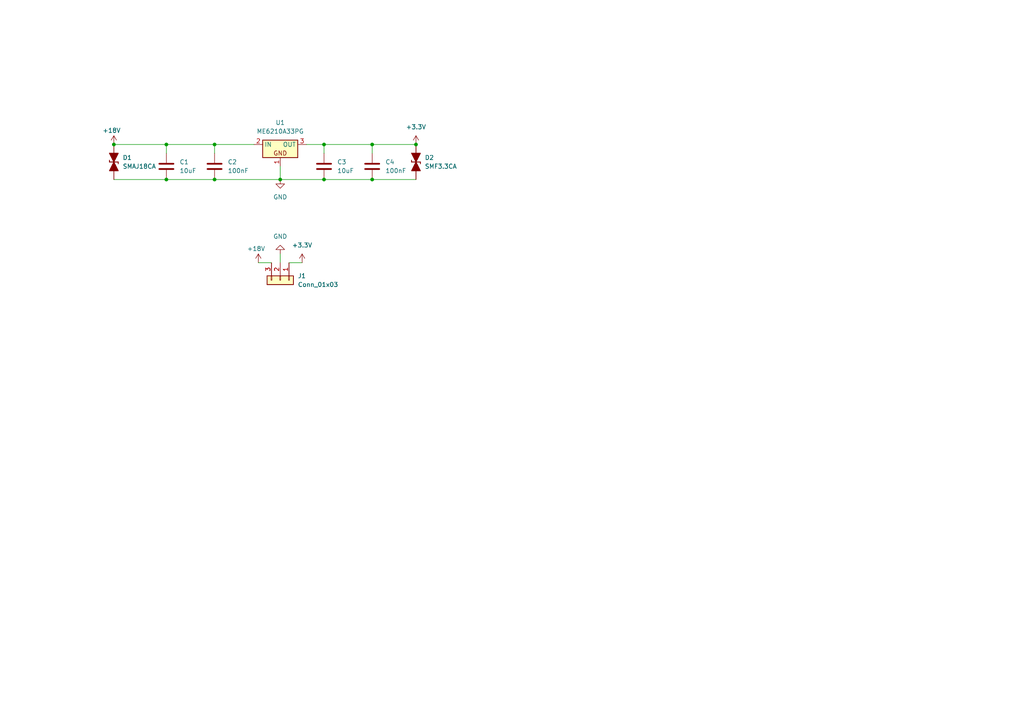
<source format=kicad_sch>
(kicad_sch (version 20250114) (generator "eeschema") (generator_version "9.0")
  (paper "A4")
  (lib_symbols
    (symbol "Connector_Generic:Conn_01x03" (pin_names (offset 1.016) (hide yes))
      (property "Reference" "J" (at 0 5.08 0))
      (property "Value" "Conn_01x03" (at 0 -5.08 0))
      (symbol "Conn_01x03_1_1"
        (rectangle (start -1.27 3.81) (end 1.27 -3.81) (stroke (width 0.254)) (fill (type background)))
        (rectangle (start -1.27 2.667) (end 0 2.413) (stroke (width 0.1524)))
        (rectangle (start -1.27 0.127) (end 0 -0.127) (stroke (width 0.1524)))
        (rectangle (start -1.27 -2.413) (end 0 -2.667) (stroke (width 0.1524)))
        (pin passive line (at -5.08 2.54 0) (length 3.81) (name "Pin_1") (number "1"))
        (pin passive line (at -5.08 0 0) (length 3.81) (name "Pin_2") (number "2"))
        (pin passive line (at -5.08 -2.54 0) (length 3.81) (name "Pin_3") (number "3"))
      )
    )
    (symbol "Library:ME6210A33PG"
      (property "Reference" "U" (at 0 6.35 0))
      (property "Value" "ME6210A33PG" (at 0 3.81 0))
      (symbol "ME6210A33PG_0_0"
        (rectangle (start -5.08 1.27) (end 5.08 -3.81) (stroke (width 0.254)) (fill (type background)))
        (text "GND" (at 0 -2.54 0) (effects (font (size 1.27 1.27))))
      )
      (symbol "ME6210A33PG_1_1"
        (pin power_in line (at -7.62 0 0) (length 2.54) (name "IN") (number "2"))
        (pin power_in line (at 0 -6.35 90) (length 2.54) (name "~") (number "1"))
        (pin power_out line (at 7.62 0 180) (length 2.54) (name "OUT") (number "3"))
      )
    )
    (symbol "Library:SMF3.3CA" (pin_numbers (hide yes)) (pin_names (offset 1.016) (hide yes))
      (property "Reference" "D" (at 0 5.08 0))
      (property "Value" "SMF3.3CA" (at 0 2.54 0))
      (symbol "SMF3.3CA_0_1"
        (polyline (pts (xy 0 1.27) (xy 0 -1.27)) (stroke (width 0.254)))
        (polyline (pts (xy 0 1.27) (xy 0.508 1.27)) (stroke (width 0.254)))
        (polyline (pts (xy 0 0) (xy -2.54 1.27) (xy -2.54 -1.27) (xy 0 0)) (stroke (width 0.254)) (fill (type outline)))
        (polyline (pts (xy 0 -1.27) (xy -0.508 -1.27)) (stroke (width 0.254)))
        (polyline (pts (xy 1.27 0) (xy -1.27 0)))
        (polyline (pts (xy 2.54 1.27) (xy 2.54 -1.27) (xy 0 0) (xy 2.54 1.27)) (stroke (width 0.254)) (fill (type outline)))
      )
      (symbol "SMF3.3CA_0_2"
        (polyline (pts (xy -3.81 -3.81) (xy 3.81 3.81)))
        (polyline (pts (xy -1.778 -1.778) (xy -2.667 -0.889) (xy 0 0) (xy -0.889 -2.667) (xy -1.778 -1.778)) (stroke (width 0.254)) (fill (type outline)))
        (polyline (pts (xy -0.889 0.889) (xy -1.27 0.508)) (stroke (width 0.254)))
        (polyline (pts (xy -0.889 0.889) (xy 0.889 -0.889)) (stroke (width 0.254)))
        (polyline (pts (xy 0.889 -0.889) (xy 1.27 -0.508)) (stroke (width 0.254)))
        (polyline (pts (xy 1.778 1.778) (xy 2.667 0.889) (xy 0 0) (xy 0.889 2.667) (xy 1.778 1.778)) (stroke (width 0.254)) (fill (type outline)))
      )
      (symbol "SMF3.3CA_1_1"
        (pin passive line (at -5.08 0 0) (length 2.54) (name "K") (number "1"))
        (pin passive line (at 5.08 0 180) (length 2.54) (name "A") (number "2"))
      )
      (symbol "SMF3.3CA_1_2"
        (pin passive line (at -3.81 -3.81 0) (length 0) (name "A") (number "2"))
        (pin passive line (at 3.81 3.81 180) (length 0) (name "K") (number "1"))
      )
    )
    (symbol "PCM_Capacitor_US_AKL:C_1206" (pin_numbers (hide yes)) (pin_names (offset 0.254))
      (property "Reference" "C" (at 0.635 2.54 0))
      (property "Value" "C_1206" (at 0.635 -2.54 0))
      (symbol "C_1206_0_1"
        (polyline (pts (xy -2.032 0.762) (xy 2.032 0.762)) (stroke (width 0.508)))
        (polyline (pts (xy -2.032 -0.762) (xy 2.032 -0.762)) (stroke (width 0.508)))
      )
      (symbol "C_1206_0_2"
        (polyline (pts (xy -2.54 -2.54) (xy -0.381 -0.381)))
        (polyline (pts (xy -0.508 -0.508) (xy -1.651 0.635)) (stroke (width 0.508)))
        (polyline (pts (xy -0.508 -0.508) (xy 0.635 -1.651)) (stroke (width 0.508)))
        (polyline (pts (xy 0.381 0.381) (xy 2.54 2.54)))
        (polyline (pts (xy 0.508 0.508) (xy -0.635 1.651)) (stroke (width 0.508)))
        (polyline (pts (xy 0.508 0.508) (xy 1.651 -0.635)) (stroke (width 0.508)))
      )
      (symbol "C_1206_1_1"
        (pin passive line (at 0 3.81 270) (length 2.794) (name "~") (number "1"))
        (pin passive line (at 0 -3.81 90) (length 2.794) (name "~") (number "2"))
      )
      (symbol "C_1206_1_2"
        (pin passive line (at -2.54 -2.54 90) (length 0) (name "~") (number "2"))
        (pin passive line (at 2.54 2.54 270) (length 0) (name "~") (number "1"))
      )
    )
    (symbol "PCM_Diode_TVS_AKL:SMAJ18CA" (pin_numbers (hide yes)) (pin_names (offset 1.016) (hide yes))
      (property "Reference" "D" (at 0 5.08 0))
      (property "Value" "SMAJ18CA" (at 0 2.54 0))
      (symbol "SMAJ18CA_0_1"
        (polyline (pts (xy 0 1.27) (xy 0 -1.27)) (stroke (width 0.254)))
        (polyline (pts (xy 0 1.27) (xy 0.508 1.27)) (stroke (width 0.254)))
        (polyline (pts (xy 0 0) (xy -2.54 1.27) (xy -2.54 -1.27) (xy 0 0)) (stroke (width 0.254)) (fill (type outline)))
        (polyline (pts (xy 0 -1.27) (xy -0.508 -1.27)) (stroke (width 0.254)))
        (polyline (pts (xy 1.27 0) (xy -1.27 0)))
        (polyline (pts (xy 2.54 1.27) (xy 2.54 -1.27) (xy 0 0) (xy 2.54 1.27)) (stroke (width 0.254)) (fill (type outline)))
      )
      (symbol "SMAJ18CA_0_2"
        (polyline (pts (xy -3.81 -3.81) (xy 3.81 3.81)))
        (polyline (pts (xy -1.778 -1.778) (xy -2.667 -0.889) (xy 0 0) (xy -0.889 -2.667) (xy -1.778 -1.778)) (stroke (width 0.254)) (fill (type outline)))
        (polyline (pts (xy -0.889 0.889) (xy -1.27 0.508)) (stroke (width 0.254)))
        (polyline (pts (xy -0.889 0.889) (xy 0.889 -0.889)) (stroke (width 0.254)))
        (polyline (pts (xy 0.889 -0.889) (xy 1.27 -0.508)) (stroke (width 0.254)))
        (polyline (pts (xy 1.778 1.778) (xy 2.667 0.889) (xy 0 0) (xy 0.889 2.667) (xy 1.778 1.778)) (stroke (width 0.254)) (fill (type outline)))
      )
      (symbol "SMAJ18CA_1_1"
        (pin passive line (at -5.08 0 0) (length 2.54) (name "K") (number "1"))
        (pin passive line (at 5.08 0 180) (length 2.54) (name "A") (number "2"))
      )
      (symbol "SMAJ18CA_1_2"
        (pin passive line (at -3.81 -3.81 0) (length 0) (name "A") (number "2"))
        (pin passive line (at 3.81 3.81 180) (length 0) (name "K") (number "1"))
      )
    )
    (symbol "power:+3.3V" (power) (pin_numbers (hide yes)) (pin_names (offset 0) (hide yes))
      (property "Value" "+3.3V" (at 0 3.556 0))
      (symbol "+3.3V_0_1"
        (polyline (pts (xy -0.762 1.27) (xy 0 2.54)))
        (polyline (pts (xy 0 2.54) (xy 0.762 1.27)))
        (polyline (pts (xy 0 0) (xy 0 2.54)))
      )
      (symbol "+3.3V_1_1"
        (pin power_in line (at 0 0 90) (length 0) (name "~") (number "1"))
      )
    )
    (symbol "power:+6V" (power) (pin_numbers (hide yes)) (pin_names (offset 0) (hide yes))
      (property "Value" "+6V" (at 0 3.556 0))
      (symbol "+6V_0_1"
        (polyline (pts (xy -0.762 1.27) (xy 0 2.54)))
        (polyline (pts (xy 0 2.54) (xy 0.762 1.27)))
        (polyline (pts (xy 0 0) (xy 0 2.54)))
      )
      (symbol "+6V_1_1"
        (pin power_in line (at 0 0 90) (length 0) (name "~") (number "1"))
      )
    )
    (symbol "power:GND" (power) (pin_numbers (hide yes)) (pin_names (offset 0) (hide yes))
      (property "Value" "GND" (at 0 -3.81 0))
      (symbol "GND_0_1"
        (polyline (pts (xy 0 0) (xy 0 -1.27) (xy 1.27 -1.27) (xy 0 -2.54) (xy -1.27 -1.27) (xy 0 -1.27)))
      )
      (symbol "GND_1_1"
        (pin power_in line (at 0 0 270) (length 0) (name "~") (number "1"))
      )
    )
  )
  (junction (at 81.28 52.07))
  (junction (at 107.95 52.07))
  (junction (at 107.95 41.91))
  (junction (at 48.26 52.07))
  (junction (at 93.98 41.91))
  (junction (at 93.98 52.07))
  (junction (at 62.23 52.07))
  (junction (at 62.23 41.91))
  (junction (at 120.65 41.91))
  (junction (at 48.26 41.91))
  (junction (at 33.02 41.91))
  (wire (pts (xy 88.9 41.91) (xy 93.98 41.91)))
  (wire (pts (xy 48.26 41.91) (xy 62.23 41.91)))
  (wire (pts (xy 81.28 73.66) (xy 81.28 76.2)))
  (wire (pts (xy 33.02 41.91) (xy 48.26 41.91)))
  (wire (pts (xy 107.95 52.07) (xy 120.65 52.07)))
  (wire (pts (xy 48.26 52.07) (xy 62.23 52.07)))
  (wire (pts (xy 107.95 41.91) (xy 120.65 41.91)))
  (wire (pts (xy 62.23 41.91) (xy 62.23 44.45)))
  (wire (pts (xy 33.02 52.07) (xy 48.26 52.07)))
  (wire (pts (xy 62.23 41.91) (xy 73.66 41.91)))
  (wire (pts (xy 81.28 48.26) (xy 81.28 52.07)))
  (wire (pts (xy 93.98 41.91) (xy 107.95 41.91)))
  (wire (pts (xy 74.93 76.2) (xy 78.74 76.2)))
  (wire (pts (xy 62.23 52.07) (xy 81.28 52.07)))
  (wire (pts (xy 93.98 41.91) (xy 93.98 44.45)))
  (wire (pts (xy 83.82 76.2) (xy 87.63 76.2)))
  (wire (pts (xy 107.95 41.91) (xy 107.95 44.45)))
  (wire (pts (xy 93.98 52.07) (xy 107.95 52.07)))
  (wire (pts (xy 81.28 52.07) (xy 93.98 52.07)))
  (wire (pts (xy 48.26 41.91) (xy 48.26 44.45)))
  (symbol (lib_id "PCM_Capacitor_US_AKL:C_1206") (at 107.95 48.26 0) (unit 1)
    (property "Reference" "C4" (at 111.76 46.9899 0) (effects (justify left)))
    (property "Value" "100nF" (at 111.76 49.5299 0) (effects (justify left)))
    (property "Footprint" "PCM_Capacitor_SMD_AKL:C_1206_3216Metric" (effects (hide yes)))
    (property "Description" "SMD 1206 MLCC capacitor, Alternate KiCad Library" (effects (hide yes)))
  )
  (symbol (lib_id "power:+3.3V") (at 87.63 76.2 0) (unit 1)
    (property "Reference" "#PWR05" (effects (hide yes)))
    (property "Value" "+3.3V" (at 87.63 71.12 0))
    (property "Description" "Power symbol creates a global label with name \"+3.3V\"" (effects (hide yes)))
  )
  (symbol (lib_id "PCM_Capacitor_US_AKL:C_1206") (at 48.26 48.26 0) (unit 1)
    (property "Reference" "C1" (at 52.07 46.9899 0) (effects (justify left)))
    (property "Value" "10uF" (at 52.07 49.5299 0) (effects (justify left)))
    (property "Footprint" "PCM_Capacitor_SMD_AKL:C_1206_3216Metric" (effects (hide yes)))
    (property "Description" "SMD 1206 MLCC capacitor, Alternate KiCad Library" (effects (hide yes)))
  )
  (symbol (lib_id "Library:ME6210A33PG") (at 81.28 41.91 0) (unit 1)
    (property "Reference" "U1" (at 81.28 35.56 0))
    (property "Value" "ME6210A33PG" (at 81.28 38.1 0))
    (property "Footprint" "PCM_Package_TO_SOT_SMD_AKL:SOT-89-3_BigPads" (effects (hide yes)))
    (property "Datasheet" "https://www.jlc-smt.com/lcsc/detail?componentCode=C85233" (effects (hide yes)))
    (property "Description" "Generic 3-terminal voltage regulator, Alternate KiCad Library" (effects (hide yes)))
  )
  (symbol (lib_id "Connector_Generic:Conn_01x03") (at 81.28 81.28 270) (unit 1)
    (property "Reference" "J1" (at 86.36 80.0099 90) (effects (justify left)))
    (property "Value" "Conn_01x03" (at 86.36 82.5499 90) (effects (justify left)))
    (property "Footprint" "Connector_PinHeader_2.54mm:PinHeader_1x03_P2.54mm_Vertical" (effects (hide yes)))
    (property "Description" "Generic connector, single row, 01x03, script generated (kicad-library-utils/schlib/autogen/connector/)" (effects (hide yes)))
  )
  (symbol (lib_id "PCM_Capacitor_US_AKL:C_1206") (at 62.23 48.26 0) (unit 1)
    (property "Reference" "C2" (at 66.04 46.9899 0) (effects (justify left)))
    (property "Value" "100nF" (at 66.04 49.5299 0) (effects (justify left)))
    (property "Footprint" "PCM_Capacitor_SMD_AKL:C_1206_3216Metric" (effects (hide yes)))
    (property "Description" "SMD 1206 MLCC capacitor, Alternate KiCad Library" (effects (hide yes)))
  )
  (symbol (lib_id "power:+6V") (at 74.93 76.2 0) (unit 1)
    (property "Reference" "#PWR02" (effects (hide yes)))
    (property "Value" "+18V" (at 71.628 72.136 0) (effects (justify left)))
    (property "Description" "Power symbol creates a global label with name \"+6V\"" (effects (hide yes)))
  )
  (symbol (lib_id "PCM_Diode_TVS_AKL:SMAJ18CA") (at 33.02 46.99 90) (unit 1)
    (property "Reference" "D1" (at 35.56 45.7199 90) (effects (justify right)))
    (property "Value" "SMAJ18CA" (at 35.56 48.2599 90) (effects (justify right)))
    (property "Footprint" "PCM_Diode_SMD_AKL:D_SMA_TVS" (effects (hide yes)))
    (property "Datasheet" "https://www.tme.eu/Document/dbc72d81c249fe51b6ab42300e8e06d0/SMAJ_ser.pdf" (effects (hide yes)))
    (property "Description" "SMA Bidirectional TVS Diode, 18V, 400W, Alternate KiCAD Library" (effects (hide yes)))
  )
  (symbol (lib_id "Library:SMF3.3CA") (at 120.65 46.99 90) (unit 1)
    (property "Reference" "D2" (at 123.19 45.7199 90) (effects (justify right)))
    (property "Value" "SMF3.3CA" (at 123.19 48.2599 90) (effects (justify right)))
    (property "Footprint" "PCM_Diode_SMD_AKL:D_SOD-123F" (effects (hide yes)))
    (property "Datasheet" "https://item.szlcsc.com/48682096.html?fromZone=s_s__%2522SMF3.3CA%2522&spm=sc.gb.xh1.zy.n___sc.it.hd.ss&lcsc_vid=RVRcUVYDElFdXlJeRAALAwJQTwNeBgZeQ1QMUwJSRlQxVlNSQVZWVV1VR1lXVTtW" (effects (hide yes)))
    (property "Description" "SOD-123F Bidirectional TVS Diode, 5V, 200W, Alternate KiCAD Library" (effects (hide yes)))
  )
  (symbol (lib_id "power:+6V") (at 33.02 41.91 0) (unit 1)
    (property "Reference" "#PWR01" (effects (hide yes)))
    (property "Value" "+18V" (at 29.718 37.846 0) (effects (justify left)))
    (property "Description" "Power symbol creates a global label with name \"+6V\"" (effects (hide yes)))
  )
  (symbol (lib_id "power:+3.3V") (at 120.65 41.91 0) (unit 1)
    (property "Reference" "#PWR06" (effects (hide yes)))
    (property "Value" "+3.3V" (at 120.65 36.83 0))
    (property "Description" "Power symbol creates a global label with name \"+3.3V\"" (effects (hide yes)))
  )
  (symbol (lib_id "PCM_Capacitor_US_AKL:C_1206") (at 93.98 48.26 0) (unit 1)
    (property "Reference" "C3" (at 97.79 46.9899 0) (effects (justify left)))
    (property "Value" "10uF" (at 97.79 49.5299 0) (effects (justify left)))
    (property "Footprint" "PCM_Capacitor_SMD_AKL:C_1206_3216Metric" (effects (hide yes)))
    (property "Description" "SMD 1206 MLCC capacitor, Alternate KiCad Library" (effects (hide yes)))
  )
  (symbol (lib_id "power:GND") (at 81.28 52.07 0) (unit 1)
    (property "Reference" "#PWR03" (effects (hide yes)))
    (property "Value" "GND" (at 81.28 57.15 0))
    (property "Description" "Power symbol creates a global label with name \"GND\" , ground" (effects (hide yes)))
  )
  (symbol (lib_id "power:GND") (at 81.28 73.66 180) (unit 1)
    (property "Reference" "#PWR04" (effects (hide yes)))
    (property "Value" "GND" (at 81.28 68.58 0))
    (property "Description" "Power symbol creates a global label with name \"GND\" , ground" (effects (hide yes)))
  )
)
</source>
